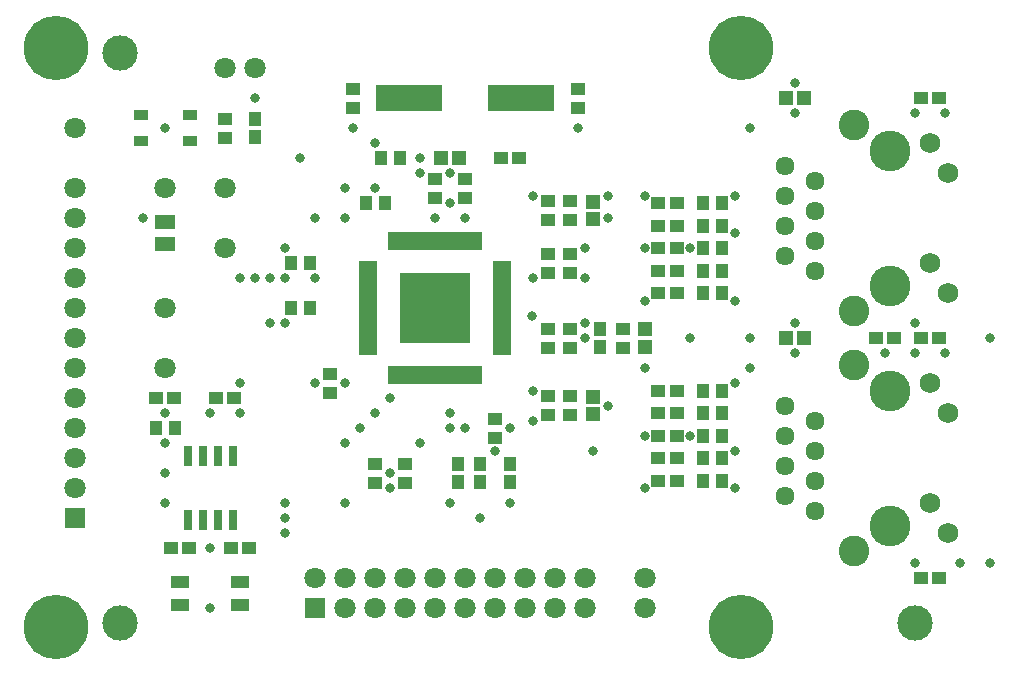
<source format=gts>
G04*
G04 #@! TF.GenerationSoftware,Altium Limited,CircuitStudio,1.5.2 (30)*
G04*
G04 Layer_Color=20142*
%FSLAX25Y25*%
%MOIN*%
G70*
G01*
G75*
%ADD64C,0.11811*%
%ADD65R,0.04816X0.04658*%
%ADD66R,0.06509X0.05131*%
%ADD67R,0.04343X0.04540*%
%ADD68R,0.04540X0.04343*%
%ADD69R,0.04540X0.04343*%
%ADD70R,0.04343X0.04540*%
%ADD71R,0.06312X0.04343*%
%ADD72R,0.04934X0.03359*%
%ADD73R,0.22453X0.08674*%
%ADD74R,0.03162X0.06706*%
%ADD75R,0.04658X0.04816*%
%ADD76R,0.23438X0.23438*%
%ADD77R,0.06312X0.01981*%
%ADD78R,0.01981X0.06312*%
%ADD79C,0.21457*%
%ADD80C,0.07099*%
%ADD81R,0.07099X0.07099*%
%ADD82R,0.07099X0.07099*%
%ADD83C,0.13595*%
%ADD84C,0.06824*%
%ADD85C,0.10249*%
%ADD86C,0.06343*%
%ADD87C,0.03162*%
D64*
X300000Y15000D02*
D03*
X35000Y205000D02*
D03*
Y15000D02*
D03*
D65*
X262913Y110000D02*
D03*
X257087D02*
D03*
X147913Y170000D02*
D03*
X142087D02*
D03*
X257087Y190000D02*
D03*
X262913D02*
D03*
D66*
X50000Y148543D02*
D03*
Y141457D02*
D03*
D67*
X229350Y92500D02*
D03*
X235650D02*
D03*
X229350Y70000D02*
D03*
X235650D02*
D03*
X229350Y62500D02*
D03*
X235650D02*
D03*
X229350Y132500D02*
D03*
X235650D02*
D03*
X116850Y155000D02*
D03*
X123150D02*
D03*
X121850Y170000D02*
D03*
X128150D02*
D03*
X235650Y77500D02*
D03*
X229350D02*
D03*
X98150Y135000D02*
D03*
X91850D02*
D03*
Y120000D02*
D03*
X98150D02*
D03*
X46850Y80000D02*
D03*
X53150D02*
D03*
X229350Y140000D02*
D03*
X235650D02*
D03*
Y85000D02*
D03*
X229350D02*
D03*
X235650Y147500D02*
D03*
X229350D02*
D03*
Y155000D02*
D03*
X235650D02*
D03*
X229350Y125000D02*
D03*
X235650D02*
D03*
D68*
X293051Y110000D02*
D03*
X286949D02*
D03*
X301949D02*
D03*
X308051D02*
D03*
Y190000D02*
D03*
X301949D02*
D03*
X308051Y30000D02*
D03*
X301949D02*
D03*
X66949Y90000D02*
D03*
X73051D02*
D03*
X53051D02*
D03*
X46949D02*
D03*
X161949Y170000D02*
D03*
X168051D02*
D03*
X71949Y40000D02*
D03*
X78051D02*
D03*
X214449Y77500D02*
D03*
X220551D02*
D03*
X214449Y85000D02*
D03*
X220551D02*
D03*
X214449Y62500D02*
D03*
X220551D02*
D03*
X51949Y40000D02*
D03*
X58051D02*
D03*
X214449Y140000D02*
D03*
X220551D02*
D03*
Y147500D02*
D03*
X214449D02*
D03*
X220551Y132500D02*
D03*
X214449D02*
D03*
X220551Y125000D02*
D03*
X214449D02*
D03*
Y92500D02*
D03*
X220551D02*
D03*
Y70000D02*
D03*
X214449D02*
D03*
Y155000D02*
D03*
X220551D02*
D03*
D69*
X70000Y176850D02*
D03*
Y183150D02*
D03*
X112500Y186850D02*
D03*
Y193150D02*
D03*
X187500Y186850D02*
D03*
Y193150D02*
D03*
X160000Y83150D02*
D03*
Y76850D02*
D03*
X130000Y68150D02*
D03*
Y61850D02*
D03*
X120000Y68150D02*
D03*
Y61850D02*
D03*
X150000Y156850D02*
D03*
Y163150D02*
D03*
X140000D02*
D03*
Y156850D02*
D03*
X105000Y91850D02*
D03*
Y98150D02*
D03*
X185000Y149350D02*
D03*
Y155650D02*
D03*
X177500D02*
D03*
Y149350D02*
D03*
X185000Y113150D02*
D03*
Y106850D02*
D03*
X177500Y113150D02*
D03*
Y106850D02*
D03*
Y84350D02*
D03*
Y90650D02*
D03*
X202500Y106850D02*
D03*
Y113150D02*
D03*
X185000Y138150D02*
D03*
Y131850D02*
D03*
Y90650D02*
D03*
Y84350D02*
D03*
X177500Y138150D02*
D03*
Y131850D02*
D03*
D70*
X155000Y61949D02*
D03*
Y68051D02*
D03*
X147500Y61949D02*
D03*
Y68051D02*
D03*
X80000Y176949D02*
D03*
Y183051D02*
D03*
X165000Y68051D02*
D03*
Y61949D02*
D03*
X195000Y113051D02*
D03*
Y106949D02*
D03*
D71*
X75000Y28839D02*
D03*
Y21161D02*
D03*
X55000Y28839D02*
D03*
Y21161D02*
D03*
D72*
X41831Y175768D02*
D03*
Y184232D02*
D03*
X58169D02*
D03*
Y175768D02*
D03*
D73*
X131299Y190000D02*
D03*
X168701D02*
D03*
D74*
X72500Y70630D02*
D03*
X67500D02*
D03*
X62500D02*
D03*
X57500D02*
D03*
X72500Y49370D02*
D03*
X67500D02*
D03*
X62500D02*
D03*
X57500D02*
D03*
D75*
X210000Y107087D02*
D03*
Y112913D02*
D03*
X192500Y155413D02*
D03*
Y149587D02*
D03*
Y90413D02*
D03*
Y84587D02*
D03*
D76*
X140000Y120000D02*
D03*
D77*
X162441Y134764D02*
D03*
Y132795D02*
D03*
Y130827D02*
D03*
Y128858D02*
D03*
Y126890D02*
D03*
Y124921D02*
D03*
Y122953D02*
D03*
Y120984D02*
D03*
Y119016D02*
D03*
Y117047D02*
D03*
Y115079D02*
D03*
Y113110D02*
D03*
Y111142D02*
D03*
Y109173D02*
D03*
Y107205D02*
D03*
Y105236D02*
D03*
X117559D02*
D03*
Y107205D02*
D03*
Y109173D02*
D03*
Y111142D02*
D03*
Y113110D02*
D03*
Y115079D02*
D03*
Y117047D02*
D03*
Y119016D02*
D03*
Y120984D02*
D03*
Y122953D02*
D03*
Y124921D02*
D03*
Y126890D02*
D03*
Y128858D02*
D03*
Y130827D02*
D03*
Y132795D02*
D03*
Y134764D02*
D03*
D78*
X154764Y97559D02*
D03*
X152795D02*
D03*
X150827D02*
D03*
X148858D02*
D03*
X146890D02*
D03*
X144921D02*
D03*
X142953D02*
D03*
X140984D02*
D03*
X139016D02*
D03*
X137047D02*
D03*
X135079D02*
D03*
X133110D02*
D03*
X131142D02*
D03*
X129173D02*
D03*
X127205D02*
D03*
X125236D02*
D03*
Y142441D02*
D03*
X127205D02*
D03*
X129173D02*
D03*
X131142D02*
D03*
X133110D02*
D03*
X135079D02*
D03*
X137047D02*
D03*
X139016D02*
D03*
X140984D02*
D03*
X142953D02*
D03*
X144921D02*
D03*
X146890D02*
D03*
X148858D02*
D03*
X150827D02*
D03*
X152795D02*
D03*
X154764D02*
D03*
D79*
X13780Y206693D02*
D03*
X242126D02*
D03*
X13780Y13780D02*
D03*
X242126D02*
D03*
D80*
X210000Y20000D02*
D03*
Y30000D02*
D03*
X80000Y200000D02*
D03*
X70000D02*
D03*
X50000Y160000D02*
D03*
Y100000D02*
D03*
X70000Y140000D02*
D03*
Y160000D02*
D03*
X190000Y30000D02*
D03*
Y20000D02*
D03*
X180000Y30000D02*
D03*
Y20000D02*
D03*
X170000Y30000D02*
D03*
Y20000D02*
D03*
X160000Y30000D02*
D03*
Y20000D02*
D03*
X150000Y30000D02*
D03*
Y20000D02*
D03*
X100000Y30000D02*
D03*
X110000Y20000D02*
D03*
Y30000D02*
D03*
X120000Y20000D02*
D03*
Y30000D02*
D03*
X130000Y20000D02*
D03*
Y30000D02*
D03*
X140000Y20000D02*
D03*
Y30000D02*
D03*
X20000Y160000D02*
D03*
Y150000D02*
D03*
Y60000D02*
D03*
Y70000D02*
D03*
Y80000D02*
D03*
Y90000D02*
D03*
Y100000D02*
D03*
Y110000D02*
D03*
Y120000D02*
D03*
Y130000D02*
D03*
Y140000D02*
D03*
Y180000D02*
D03*
X50000Y120000D02*
D03*
D81*
X100000Y20000D02*
D03*
D82*
X20000Y50000D02*
D03*
D83*
X291772Y127500D02*
D03*
Y172500D02*
D03*
Y47500D02*
D03*
Y92500D02*
D03*
D84*
X311063Y125098D02*
D03*
X305079Y135098D02*
D03*
X311063Y164902D02*
D03*
X305079Y174902D02*
D03*
X311063Y45098D02*
D03*
X305079Y55098D02*
D03*
X311063Y84902D02*
D03*
X305079Y94902D02*
D03*
D85*
X279764Y118996D02*
D03*
Y181004D02*
D03*
Y38996D02*
D03*
Y101004D02*
D03*
D86*
X266772Y132500D02*
D03*
X256772Y137500D02*
D03*
X266772Y142500D02*
D03*
X256772Y147500D02*
D03*
X266772Y152500D02*
D03*
X256772Y157500D02*
D03*
X266772Y162500D02*
D03*
X256772Y167500D02*
D03*
X266772Y52500D02*
D03*
X256772Y57500D02*
D03*
X266772Y62500D02*
D03*
X256772Y67500D02*
D03*
X266772Y72500D02*
D03*
X256772Y77500D02*
D03*
X266772Y82500D02*
D03*
X256772Y87500D02*
D03*
D87*
X145000Y80000D02*
D03*
X150000D02*
D03*
X145000Y85000D02*
D03*
Y165000D02*
D03*
X110000Y150000D02*
D03*
X120000Y85000D02*
D03*
X110000Y75000D02*
D03*
X90000Y50000D02*
D03*
Y45000D02*
D03*
Y55000D02*
D03*
X165000Y80000D02*
D03*
X65000Y85000D02*
D03*
X50000D02*
D03*
X115000Y80000D02*
D03*
X75000Y95000D02*
D03*
X110000Y55000D02*
D03*
X90000Y130000D02*
D03*
X80000D02*
D03*
X135000Y170000D02*
D03*
X100000Y150000D02*
D03*
X140000D02*
D03*
X145000Y155000D02*
D03*
X125000Y90000D02*
D03*
X100000Y95000D02*
D03*
X75000Y85000D02*
D03*
X135000Y75000D02*
D03*
X90000Y115000D02*
D03*
X100000Y130000D02*
D03*
X95000Y170000D02*
D03*
X135000Y165000D02*
D03*
X110000Y95000D02*
D03*
X125000Y65000D02*
D03*
X50000D02*
D03*
X85000Y130000D02*
D03*
X75000D02*
D03*
X65000Y20000D02*
D03*
X50000Y55000D02*
D03*
X310000Y185000D02*
D03*
X300000D02*
D03*
X310000Y105000D02*
D03*
X300000D02*
D03*
Y35000D02*
D03*
Y115000D02*
D03*
X290000Y105000D02*
D03*
X325000Y35000D02*
D03*
X315000D02*
D03*
X145000Y55000D02*
D03*
X155000Y50000D02*
D03*
X165000Y55000D02*
D03*
X120000Y160000D02*
D03*
X80000Y190000D02*
D03*
X110000Y160000D02*
D03*
X65000Y40000D02*
D03*
X225000Y140000D02*
D03*
Y77500D02*
D03*
X190000Y130000D02*
D03*
X172500D02*
D03*
X190000Y140000D02*
D03*
X172500Y157500D02*
D03*
X172397Y117500D02*
D03*
X197500Y157500D02*
D03*
X172500Y92500D02*
D03*
X192500Y72500D02*
D03*
X210000Y100000D02*
D03*
Y77500D02*
D03*
X225000Y110000D02*
D03*
X210000Y122500D02*
D03*
Y140000D02*
D03*
X197500Y150000D02*
D03*
X210000Y60000D02*
D03*
Y157500D02*
D03*
X245000Y180000D02*
D03*
Y100000D02*
D03*
X325000Y110000D02*
D03*
X260000Y115000D02*
D03*
Y195000D02*
D03*
Y185000D02*
D03*
Y105000D02*
D03*
X240000Y157500D02*
D03*
Y145000D02*
D03*
Y122500D02*
D03*
Y95000D02*
D03*
Y60000D02*
D03*
Y72500D02*
D03*
X172603Y82500D02*
D03*
X190000Y115000D02*
D03*
Y110000D02*
D03*
X112500Y180000D02*
D03*
X187500D02*
D03*
X160000Y72500D02*
D03*
X50000Y75000D02*
D03*
X85000Y115000D02*
D03*
X150000Y150000D02*
D03*
X50000Y180000D02*
D03*
X42500Y150000D02*
D03*
X197500Y87500D02*
D03*
X125000Y60000D02*
D03*
X90000Y140000D02*
D03*
X120000Y175000D02*
D03*
X245000Y110000D02*
D03*
X131339Y111339D02*
D03*
Y115669D02*
D03*
Y120000D02*
D03*
Y124331D02*
D03*
Y128661D02*
D03*
X135669Y111339D02*
D03*
Y115669D02*
D03*
Y120000D02*
D03*
Y124331D02*
D03*
Y128661D02*
D03*
X140000Y111339D02*
D03*
Y115669D02*
D03*
Y120000D02*
D03*
Y124331D02*
D03*
Y128661D02*
D03*
X144331Y111339D02*
D03*
Y115669D02*
D03*
Y120000D02*
D03*
Y124331D02*
D03*
Y128661D02*
D03*
X148661Y111339D02*
D03*
Y115669D02*
D03*
Y120000D02*
D03*
Y124331D02*
D03*
Y128661D02*
D03*
M02*

</source>
